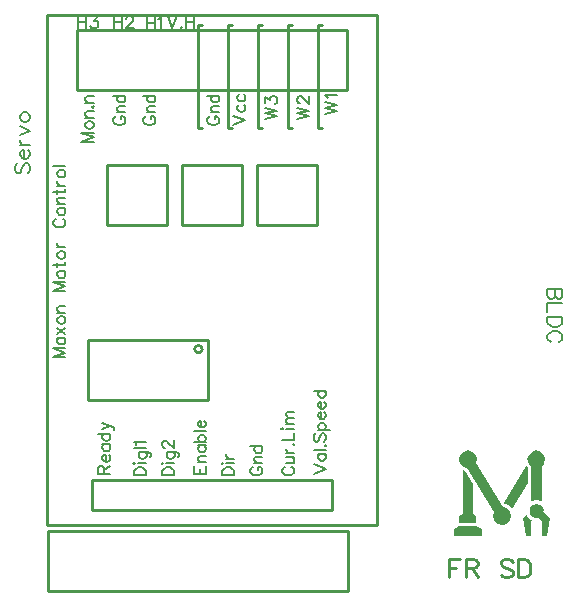
<source format=gto>
G04 DipTrace 3.0.0.1*
G04 Maxon_Brushless_Driver_v2.0-version2.GTO*
%MOIN*%
G04 #@! TF.FileFunction,Legend,Top*
G04 #@! TF.Part,Single*
%ADD10C,0.009843*%
%ADD43C,0.00772*%
%ADD44C,0.009264*%
%ADD45C,0.006176*%
%FSLAX26Y26*%
G04*
G70*
G90*
G75*
G01*
G04 TopSilk*
%LPD*%
X1568923Y406509D2*
D10*
X568923D1*
Y606509D1*
X1568923D1*
Y406509D1*
X662578Y2275353D2*
X1562598D1*
Y2075382D1*
X662578D1*
Y2275353D1*
X712628Y775403D2*
X1512548D1*
Y675418D1*
X712628D1*
Y775403D1*
X562588Y2325517D2*
X1662588D1*
Y625425D1*
X562588D1*
Y2325517D1*
X1468768Y1950572D2*
Y2294186D1*
X1481308Y1950401D2*
X1468878Y1950572D1*
X1481308Y2294186D2*
X1468878D1*
X1368778Y1950572D2*
Y2294186D1*
X1381318Y1950401D2*
X1368888Y1950572D1*
X1381318Y2294186D2*
X1368888D1*
X1268788Y1950572D2*
Y2294186D1*
X1281328Y1950401D2*
X1268898Y1950572D1*
X700088Y1244170D2*
X1100158D1*
Y1044199D1*
X700088D1*
Y1244170D1*
X762568Y1825419D2*
X962548D1*
Y1625449D1*
X762568D1*
Y1825419D1*
X1012598D2*
X1212578D1*
Y1625449D1*
X1012598D1*
Y1825419D1*
X1262628D2*
X1462608D1*
Y1625449D1*
X1262628D1*
Y1825419D1*
X1281328Y2294186D2*
X1268788D1*
X1168798Y1950572D2*
Y2294186D1*
X1181338Y1950401D2*
X1168908Y1950572D1*
X1181338Y2294186D2*
X1168798D1*
X1056378Y1213010D2*
G02X1056378Y1213010I12485J0D01*
G01*
X1068808Y1950572D2*
Y2294186D1*
X1081348Y1950401D2*
X1068918Y1950572D1*
X1081348Y2294186D2*
X1068808D1*
G36*
X1921482Y588528D2*
Y612528D1*
X1938482Y622528D1*
X1995482D1*
X2012482Y612528D1*
Y588528D1*
D1*
X1921482D1*
G37*
G36*
X1938482Y634528D2*
Y656528D1*
X1949482Y663528D1*
Y809528D1*
X1957482Y807528D1*
X1984482Y764528D1*
Y663528D1*
X1995482Y656528D1*
Y634528D1*
X1938482D1*
G37*
G36*
X1964482Y816528D2*
X1952482Y820528D1*
X1941482Y830528D1*
X1937482Y845528D1*
X1941482Y860528D1*
X1952482Y871528D1*
X1966482Y875528D1*
X1981482Y871528D1*
X1992482Y860528D1*
X1996482Y845528D1*
X1993482Y834528D1*
X2084482Y686528D1*
X2096482Y682528D1*
X2107482Y671528D1*
X2111482Y656528D1*
X2107482Y642528D1*
X2096482Y631528D1*
X2081482Y627528D1*
X2066482Y631528D1*
X2055482Y642528D1*
X2051482Y657528D1*
X2054482Y669528D1*
X1964482Y816528D1*
G37*
G36*
X2087482Y701528D2*
X2090482Y696528D1*
X2103482Y692528D1*
X2114482Y679528D1*
X2167482Y767528D1*
Y818528D1*
X2161482Y823528D1*
D1*
X2087482Y701528D1*
G37*
G36*
X2178482Y822528D2*
X2170482Y830528D1*
X2165482Y845528D1*
X2169482Y860528D1*
X2180482Y871528D1*
X2195482Y875528D1*
X2210482Y871528D1*
X2221482Y860528D1*
X2225482Y845528D1*
X2221482Y831528D1*
X2212482Y822528D1*
Y705528D1*
X2195482Y710528D1*
X2178482Y705528D1*
Y822528D1*
G37*
G36*
X2164482Y662528D2*
X2165482Y657528D1*
X2177482Y644528D1*
X2181482Y643528D1*
X2178482Y640528D1*
Y591528D1*
X2161482Y588528D1*
X2149482Y648528D1*
X2164482Y662528D1*
G37*
G36*
X2175482Y686528D2*
X2172482Y674528D1*
X2175482Y662528D1*
X2184482Y653528D1*
X2195482Y650528D1*
X2201482Y652528D1*
X2213482Y639528D1*
X2212482Y591528D1*
X2230482Y588528D1*
X2241482Y648528D1*
X2218482Y671528D1*
X2219482Y675528D1*
X2216482Y685528D1*
X2207482Y694528D1*
X2195482Y697528D1*
X2183482Y694528D1*
X2175482Y686528D1*
G37*
X464204Y1832568D2*
D43*
X459396Y1827815D1*
X457019Y1820630D1*
Y1811069D1*
X459396Y1803884D1*
X464204Y1799075D1*
X468957D1*
X473766Y1801507D1*
X476142Y1803884D1*
X478519Y1808637D1*
X483327Y1823007D1*
X485704Y1827815D1*
X488136Y1830192D1*
X492889Y1832568D1*
X500074D1*
X504827Y1827815D1*
X507259Y1820630D1*
Y1811069D1*
X504827Y1803884D1*
X500074Y1799075D1*
X488136Y1848008D2*
Y1876693D1*
X483327D1*
X478519Y1874316D1*
X476142Y1871939D1*
X473766Y1867131D1*
Y1859946D1*
X476142Y1855193D1*
X480951Y1850384D1*
X488136Y1848008D1*
X492889D1*
X500074Y1850384D1*
X504827Y1855193D1*
X507259Y1859946D1*
Y1867131D1*
X504827Y1871939D1*
X500074Y1876693D1*
X473766Y1892132D2*
X507259D1*
X488136D2*
X480951Y1894564D1*
X476142Y1899317D1*
X473766Y1904125D1*
Y1911310D1*
Y1926750D2*
X507259Y1941120D1*
X473766Y1955434D1*
Y1982812D2*
X476142Y1978059D1*
X480951Y1973250D1*
X488136Y1970874D1*
X492889D1*
X500074Y1973250D1*
X504827Y1978059D1*
X507259Y1982812D1*
Y1989997D1*
X504827Y1994805D1*
X500074Y1999559D1*
X492889Y2001990D1*
X488136D1*
X480951Y1999559D1*
X476142Y1994805D1*
X473766Y1989997D1*
Y1982812D1*
X2282192Y1414403D2*
X2231952D1*
Y1392847D1*
X2234384Y1385662D1*
X2236761Y1383286D1*
X2241514Y1380909D1*
X2248699D1*
X2253507Y1383286D1*
X2255884Y1385662D1*
X2258260Y1392847D1*
X2260692Y1385662D1*
X2263069Y1383286D1*
X2267822Y1380909D1*
X2272631D1*
X2277384Y1383286D1*
X2279816Y1385662D1*
X2282192Y1392847D1*
Y1414403D1*
X2258261D2*
X2258260Y1392847D1*
X2282192Y1365470D2*
X2231952D1*
Y1336785D1*
X2282192Y1321346D2*
X2231952D1*
Y1304599D1*
X2234384Y1297414D1*
X2239137Y1292606D1*
X2243946Y1290229D1*
X2251075Y1287853D1*
X2263069D1*
X2270254Y1290229D1*
X2275007Y1292606D1*
X2279816Y1297414D1*
X2282192Y1304599D1*
Y1321346D1*
X2270254Y1236543D2*
X2275007Y1238920D1*
X2279816Y1243728D1*
X2282192Y1248482D1*
Y1258043D1*
X2279816Y1262852D1*
X2275007Y1267605D1*
X2270254Y1270037D1*
X2263069Y1272413D1*
X2251075D1*
X2243946Y1270037D1*
X2239137Y1267605D1*
X2234384Y1262852D1*
X2231952Y1258043D1*
Y1248482D1*
X2234384Y1243728D1*
X2239137Y1238920D1*
X2243946Y1236543D1*
X1940716Y512625D2*
D44*
X1903376D1*
Y452337D1*
Y483907D2*
X1926324D1*
X1959243D2*
X1985043D1*
X1993665Y486825D1*
X1996583Y489677D1*
X1999435Y495381D1*
Y501151D1*
X1996583Y506854D1*
X1993665Y509773D1*
X1985043Y512625D1*
X1959243D1*
Y452337D1*
X1979339Y483907D2*
X1999435Y452337D1*
X2116475Y504003D2*
X2110772Y509773D1*
X2102149Y512625D1*
X2090676D1*
X2082053Y509773D1*
X2076283Y504003D1*
Y498299D1*
X2079202Y492529D1*
X2082053Y489677D1*
X2087757Y486825D1*
X2105001Y481055D1*
X2110772Y478203D1*
X2113623Y475285D1*
X2116475Y469581D1*
Y460959D1*
X2110772Y455255D1*
X2102149Y452337D1*
X2090676D1*
X2082053Y455255D1*
X2076283Y460959D1*
X2135002Y512625D2*
Y452337D1*
X2155098D1*
X2163720Y455255D1*
X2169491Y460959D1*
X2172343Y466729D1*
X2175194Y475285D1*
Y489677D1*
X2172343Y498299D1*
X2169491Y504003D1*
X2163720Y509773D1*
X2155098Y512625D1*
X2135002D1*
X1397635Y1979512D2*
D45*
X1437827Y1989107D1*
X1397635Y1998658D1*
X1437827Y2008208D1*
X1397635Y2017803D1*
X1407230Y2032100D2*
X1405328D1*
X1401482Y2034001D1*
X1399580Y2035903D1*
X1397679Y2039749D1*
Y2047399D1*
X1399580Y2051201D1*
X1401482Y2053102D1*
X1405328Y2055048D1*
X1409131D1*
X1412978Y2053102D1*
X1418682Y2049300D1*
X1437827Y2030154D1*
Y2056949D1*
X853795Y791845D2*
X893987D1*
Y805243D1*
X892041Y810991D1*
X888239Y814837D1*
X884392Y816739D1*
X878688Y818640D1*
X869094D1*
X863346Y816739D1*
X859543Y814837D1*
X855696Y810991D1*
X853795Y805243D1*
Y791845D1*
Y830991D2*
X855696Y832893D1*
X853795Y834838D1*
X851849Y832893D1*
X853795Y830991D1*
X867192Y832893D2*
X893987Y832892D1*
X869094Y870137D2*
X899735D1*
X905439Y868236D1*
X907384Y866335D1*
X909285Y862488D1*
Y856740D1*
X907384Y852937D1*
X874842Y870137D2*
X871039Y866335D1*
X869094Y862488D1*
Y856740D1*
X871039Y852937D1*
X874842Y849091D1*
X880590Y847189D1*
X884436D1*
X890140Y849091D1*
X893987Y852937D1*
X895888Y856740D1*
Y862488D1*
X893987Y866335D1*
X890140Y870137D1*
X853795Y882489D2*
X893987D1*
X861488Y894840D2*
X859543Y898687D1*
X853839Y904435D1*
X893987D1*
X1291375Y1979512D2*
X1331567Y1989107D1*
X1291375Y1998658D1*
X1331567Y2008208D1*
X1291375Y2017803D1*
X1291419Y2034001D2*
Y2055004D1*
X1306718Y2043552D1*
Y2049300D1*
X1308619Y2053102D1*
X1310520Y2055004D1*
X1316268Y2056949D1*
X1320071D1*
X1325819Y2055004D1*
X1329666Y2051201D1*
X1331567Y2045453D1*
Y2039705D1*
X1329666Y2034001D1*
X1327720Y2032100D1*
X1323918Y2030154D1*
X1185115Y1960680D2*
X1225307Y1975978D1*
X1185115Y1991277D1*
X1204260Y2026620D2*
X1200414Y2022773D1*
X1198512Y2018927D1*
Y2013223D1*
X1200414Y2009376D1*
X1204260Y2005574D1*
X1210008Y2003628D1*
X1213811D1*
X1219559Y2005574D1*
X1223361Y2009376D1*
X1225307Y2013223D1*
Y2018927D1*
X1223361Y2022773D1*
X1219559Y2026620D1*
X1204260Y2061964D2*
X1200414Y2058117D1*
X1198512Y2054270D1*
Y2048566D1*
X1200414Y2044720D1*
X1204260Y2040917D1*
X1210008Y2038972D1*
X1213811D1*
X1219559Y2040917D1*
X1223361Y2044720D1*
X1225307Y2048566D1*
Y2054270D1*
X1223361Y2058117D1*
X1219559Y2061964D1*
X1491355Y1998174D2*
X1531547Y2007769D1*
X1491355Y2017319D1*
X1531547Y2026870D1*
X1491355Y2036465D1*
X1499048Y2048816D2*
X1497103Y2052663D1*
X1491399Y2058411D1*
X1531547D1*
X894696Y1989376D2*
X890893Y1987474D1*
X887046Y1983627D1*
X885145Y1979825D1*
Y1972176D1*
X887046Y1968329D1*
X890893Y1964526D1*
X894695Y1962581D1*
X900443Y1960680D1*
X910038D1*
X915742Y1962581D1*
X919589Y1964526D1*
X923391Y1968329D1*
X925337Y1972176D1*
Y1979825D1*
X923391Y1983627D1*
X919589Y1987474D1*
X915742Y1989375D1*
X910038D1*
Y1979825D1*
X898542Y2001727D2*
X925337D1*
X906192D2*
X900444Y2007475D1*
X898542Y2011322D1*
Y2017025D1*
X900444Y2020872D1*
X906192Y2022773D1*
X925337D1*
X885145Y2058073D2*
X925337D1*
X904290D2*
X900444Y2054270D1*
X898542Y2050423D1*
Y2044675D1*
X900444Y2040873D1*
X904290Y2037026D1*
X910038Y2035125D1*
X913841D1*
X919589Y2037026D1*
X923391Y2040873D1*
X925337Y2044675D1*
Y2050423D1*
X923391Y2054270D1*
X919589Y2058073D1*
X1107106Y1989376D2*
X1103303Y1987474D1*
X1099456Y1983627D1*
X1097555Y1979825D1*
Y1972176D1*
X1099456Y1968329D1*
X1103303Y1964526D1*
X1107105Y1962581D1*
X1112853Y1960680D1*
X1122448D1*
X1128152Y1962581D1*
X1131999Y1964526D1*
X1135801Y1968329D1*
X1137747Y1972176D1*
Y1979825D1*
X1135801Y1983627D1*
X1131999Y1987474D1*
X1128152Y1989375D1*
X1122448D1*
Y1979825D1*
X1110952Y2001727D2*
X1137747D1*
X1118602D2*
X1112854Y2007475D1*
X1110952Y2011322D1*
Y2017025D1*
X1112854Y2020872D1*
X1118602Y2022773D1*
X1137747D1*
X1097555Y2058073D2*
X1137747D1*
X1116700D2*
X1112854Y2054270D1*
X1110952Y2050423D1*
Y2044675D1*
X1112854Y2040873D1*
X1116700Y2037026D1*
X1122448Y2035125D1*
X1126251D1*
X1131999Y2037026D1*
X1135801Y2040873D1*
X1137747Y2044675D1*
Y2050423D1*
X1135801Y2054270D1*
X1131999Y2058073D1*
X966846Y2323934D2*
X982144Y2283742D1*
X997443Y2323934D1*
X1011696Y2287589D2*
X1009794Y2285644D1*
X1011696Y2283742D1*
X1013641Y2285644D1*
X1011696Y2287589D1*
X1025993Y2323934D2*
Y2283742D1*
X1052787Y2323934D2*
Y2283742D1*
X1025993Y2304789D2*
X1052787D1*
X895786Y2319997D2*
Y2279805D1*
X922580Y2319997D2*
Y2279805D1*
X895786Y2300851D2*
X922580D1*
X934932Y2312303D2*
X938779Y2314249D1*
X944527Y2319952D1*
Y2279805D1*
X787106Y2322393D2*
Y2282201D1*
X813900Y2322393D2*
Y2282201D1*
X787106Y2303248D2*
X813900D1*
X828197Y2312799D2*
Y2314700D1*
X830099Y2318547D1*
X832000Y2320448D1*
X835847Y2322349D1*
X843496D1*
X847298Y2320448D1*
X849200Y2318547D1*
X851145Y2314700D1*
Y2310897D1*
X849200Y2307051D1*
X845397Y2301347D1*
X826252Y2282201D1*
X853047D1*
X668416Y2322393D2*
Y2282201D1*
X695210Y2322393D2*
Y2282201D1*
X668416Y2303248D2*
X695210D1*
X711409Y2322349D2*
X732411D1*
X720959Y2307051D1*
X726707D1*
X730510Y2305149D1*
X732411Y2303248D1*
X734357Y2297500D1*
Y2293698D1*
X732411Y2287950D1*
X728608Y2284103D1*
X722860Y2282201D1*
X717112D1*
X711409Y2284103D1*
X709507Y2286048D1*
X707562Y2289851D1*
X719087Y1934949D2*
X678895D1*
X719087Y1919651D1*
X678895Y1904352D1*
X719087D1*
X692292Y1956851D2*
X694194Y1953049D1*
X698040Y1949202D1*
X703788Y1947301D1*
X707591D1*
X713339Y1949202D1*
X717141Y1953049D1*
X719087Y1956851D1*
Y1962599D1*
X717141Y1966446D1*
X713339Y1970249D1*
X707591Y1972194D1*
X703788D1*
X698040Y1970249D1*
X694194Y1966446D1*
X692292Y1962599D1*
Y1956851D1*
Y1984546D2*
X719087D1*
X699942D2*
X694194Y1990294D1*
X692292Y1994140D1*
Y1999844D1*
X694194Y2003691D1*
X699942Y2005592D1*
X719087D1*
X715240Y2019845D2*
X717186Y2017944D1*
X719087Y2019845D1*
X717186Y2021790D1*
X715240Y2019845D1*
X692292Y2034142D2*
X719087D1*
X699942D2*
X694194Y2039890D1*
X692292Y2043737D1*
Y2049440D1*
X694194Y2053287D1*
X699942Y2055188D1*
X719087D1*
X794596Y1989376D2*
X790793Y1987474D1*
X786946Y1983627D1*
X785045Y1979825D1*
Y1972176D1*
X786946Y1968329D1*
X790793Y1964526D1*
X794595Y1962581D1*
X800343Y1960680D1*
X809938D1*
X815642Y1962581D1*
X819489Y1964526D1*
X823291Y1968329D1*
X825237Y1972176D1*
Y1979825D1*
X823291Y1983627D1*
X819489Y1987474D1*
X815642Y1989375D1*
X809938D1*
Y1979825D1*
X798442Y2001727D2*
X825237D1*
X806092D2*
X800344Y2007475D1*
X798442Y2011322D1*
Y2017025D1*
X800344Y2020872D1*
X806092Y2022773D1*
X825237D1*
X785045Y2058073D2*
X825237D1*
X804190D2*
X800344Y2054270D1*
X798442Y2050423D1*
Y2044675D1*
X800344Y2040873D1*
X804190Y2037026D1*
X809938Y2035125D1*
X813741D1*
X819489Y2037026D1*
X823291Y2040873D1*
X825237Y2044675D1*
Y2050423D1*
X823291Y2054270D1*
X819489Y2058073D1*
X754250Y798180D2*
Y815380D1*
X752305Y821128D1*
X750404Y823073D1*
X746601Y824975D1*
X742754D1*
X738952Y823073D1*
X737006Y821128D1*
X735105Y815380D1*
Y798180D1*
X775297D1*
X754250Y811577D2*
X775297Y824974D1*
X759998Y837326D2*
Y860274D1*
X756152D1*
X752305Y858373D1*
X750404Y856471D1*
X748502Y852625D1*
Y846876D1*
X750404Y843074D1*
X754250Y839227D1*
X759998Y837326D1*
X763801D1*
X769549Y839227D1*
X773351Y843074D1*
X775297Y846876D1*
Y852624D1*
X773351Y856471D1*
X769549Y860274D1*
X748502Y895573D2*
X775297D1*
X754250D2*
X750404Y891771D1*
X748502Y887924D1*
Y882220D1*
X750404Y878373D1*
X754250Y874571D1*
X759998Y872625D1*
X763801D1*
X769549Y874571D1*
X773351Y878373D1*
X775297Y882220D1*
Y887924D1*
X773351Y891771D1*
X769549Y895573D1*
X735105Y930872D2*
X775297D1*
X754250D2*
X750404Y927070D1*
X748502Y923223D1*
Y917475D1*
X750404Y913673D1*
X754250Y909826D1*
X759998Y907924D1*
X763801D1*
X769549Y909826D1*
X773351Y913673D1*
X775297Y917475D1*
Y923223D1*
X773351Y927070D1*
X769549Y930872D1*
X748502Y945169D2*
X775297Y956621D1*
X782946Y952819D1*
X786793Y948972D1*
X788694Y945169D1*
Y943224D1*
X748502Y968117D2*
X775297Y956621D1*
X1053885Y823029D2*
Y798180D1*
X1094077D1*
Y823029D1*
X1073030Y798180D2*
Y813479D1*
X1067282Y835380D2*
X1094077D1*
X1074932D2*
X1069184Y841128D1*
X1067282Y844975D1*
Y850679D1*
X1069184Y854526D1*
X1074932Y856427D1*
X1094077D1*
X1067282Y891726D2*
X1094077D1*
X1073030D2*
X1069184Y887924D1*
X1067282Y884077D1*
Y878373D1*
X1069184Y874526D1*
X1073030Y870724D1*
X1078778Y868778D1*
X1082581D1*
X1088329Y870724D1*
X1092131Y874526D1*
X1094077Y878373D1*
Y884077D1*
X1092131Y887924D1*
X1088329Y891726D1*
X1053885Y904078D2*
X1094077D1*
X1073030D2*
X1069184Y907924D1*
X1067282Y911727D1*
Y917475D1*
X1069184Y921278D1*
X1073030Y925124D1*
X1078778Y927026D1*
X1082581D1*
X1088329Y925124D1*
X1092131Y921278D1*
X1094077Y917475D1*
Y911727D1*
X1092131Y907924D1*
X1088329Y904078D1*
X1053885Y939377D2*
X1094077D1*
X1078778Y951728D2*
Y974676D1*
X1074932D1*
X1071085Y972775D1*
X1069184Y970874D1*
X1067282Y967027D1*
Y961279D1*
X1069184Y957476D1*
X1073030Y953630D1*
X1078778Y951728D1*
X1082581D1*
X1088329Y953630D1*
X1092131Y957476D1*
X1094077Y961279D1*
Y967027D1*
X1092131Y970874D1*
X1088329Y974676D1*
X947625Y791845D2*
X987817D1*
Y805243D1*
X985871Y810991D1*
X982069Y814837D1*
X978222Y816739D1*
X972518Y818640D1*
X962924D1*
X957176Y816739D1*
X953373Y814837D1*
X949526Y810991D1*
X947625Y805243D1*
Y791845D1*
Y830991D2*
X949526Y832893D1*
X947625Y834838D1*
X945679Y832893D1*
X947625Y830991D1*
X961022Y832893D2*
X987817Y832892D1*
X962924Y870137D2*
X993565D1*
X999269Y868236D1*
X1001214Y866335D1*
X1003115Y862488D1*
Y856740D1*
X1001214Y852937D1*
X968672Y870137D2*
X964869Y866335D1*
X962924Y862488D1*
Y856740D1*
X964869Y852937D1*
X968672Y849091D1*
X974420Y847189D1*
X978266D1*
X983970Y849091D1*
X987817Y852937D1*
X989718Y856740D1*
Y862488D1*
X987817Y866335D1*
X983970Y870137D1*
X957220Y884434D2*
X955318D1*
X951472Y886335D1*
X949570Y888237D1*
X947669Y892083D1*
Y899733D1*
X949570Y903535D1*
X951472Y905437D1*
X955318Y907382D1*
X959121D1*
X962968Y905437D1*
X968672Y901634D1*
X987817Y882489D1*
Y909283D1*
X1250876Y820541D2*
X1247073Y818640D1*
X1243226Y814793D1*
X1241325Y810991D1*
Y803341D1*
X1243226Y799495D1*
X1247073Y795692D1*
X1250875Y793747D1*
X1256623Y791845D1*
X1266218D1*
X1271922Y793747D1*
X1275769Y795692D1*
X1279571Y799495D1*
X1281517Y803341D1*
Y810991D1*
X1279571Y814793D1*
X1275769Y818640D1*
X1271922Y820541D1*
X1266218D1*
Y810991D1*
X1254722Y832893D2*
X1281517Y832892D1*
X1262372Y832893D2*
X1256624Y838641D1*
X1254722Y842487D1*
Y848191D1*
X1256624Y852038D1*
X1262372Y853939D1*
X1281517D1*
X1241325Y889238D2*
X1281517D1*
X1260470D2*
X1256624Y885436D1*
X1254722Y881589D1*
Y875841D1*
X1256624Y872039D1*
X1260470Y868192D1*
X1266218Y866291D1*
X1270021Y866290D1*
X1275769Y868192D1*
X1279571Y872039D1*
X1281517Y875841D1*
Y881589D1*
X1279571Y885436D1*
X1275769Y889238D1*
X1147605Y791845D2*
X1187797D1*
Y805243D1*
X1185851Y810991D1*
X1182049Y814837D1*
X1178202Y816739D1*
X1172498Y818640D1*
X1162904D1*
X1157156Y816739D1*
X1153353Y814837D1*
X1149506Y810991D1*
X1147605Y805243D1*
Y791845D1*
Y830991D2*
X1149506Y832893D1*
X1147605Y834838D1*
X1145659Y832893D1*
X1147605Y830991D1*
X1161002Y832893D2*
X1187797Y832892D1*
X1161002Y847189D2*
X1187797D1*
X1172498D2*
X1166750Y849135D1*
X1162904Y852937D1*
X1161002Y856784D1*
Y862532D1*
X1453735Y798180D2*
X1493927Y813478D1*
X1453735Y828777D1*
X1467132Y864076D2*
X1493927D1*
X1472880D2*
X1469034Y860274D1*
X1467132Y856427D1*
Y850723D1*
X1469034Y846876D1*
X1472880Y843074D1*
X1478628Y841128D1*
X1482431D1*
X1488179Y843074D1*
X1491981Y846876D1*
X1493927Y850723D1*
Y856427D1*
X1491981Y860274D1*
X1488179Y864076D1*
X1453735Y876428D2*
X1493927D1*
X1490080Y890680D2*
X1492026Y888779D1*
X1493927Y890680D1*
X1492026Y892626D1*
X1490080Y890680D1*
X1459483Y931772D2*
X1455636Y927969D1*
X1453735Y922221D1*
Y914572D1*
X1455636Y908824D1*
X1459483Y904977D1*
X1463286D1*
X1467132Y906923D1*
X1469034Y908824D1*
X1470935Y912627D1*
X1474782Y924123D1*
X1476683Y927969D1*
X1478628Y929871D1*
X1482431Y931772D1*
X1488179D1*
X1491981Y927969D1*
X1493927Y922221D1*
Y914572D1*
X1491981Y908824D1*
X1488179Y904977D1*
X1467132Y944123D2*
X1507324D1*
X1472880D2*
X1469078Y947970D1*
X1467132Y951773D1*
Y957521D1*
X1469078Y961367D1*
X1472880Y965170D1*
X1478628Y967115D1*
X1482475D1*
X1488179Y965170D1*
X1492026Y961367D1*
X1493927Y957521D1*
Y951773D1*
X1492026Y947970D1*
X1488179Y944123D1*
X1478628Y979467D2*
Y1002415D1*
X1474782D1*
X1470935Y1000513D1*
X1469034Y998612D1*
X1467132Y994765D1*
Y989017D1*
X1469034Y985215D1*
X1472880Y981368D1*
X1478628Y979467D1*
X1482431D1*
X1488179Y981368D1*
X1491981Y985215D1*
X1493927Y989017D1*
Y994765D1*
X1491981Y998612D1*
X1488179Y1002415D1*
X1478628Y1014766D2*
Y1037714D1*
X1474782D1*
X1470935Y1035813D1*
X1469034Y1033912D1*
X1467132Y1030065D1*
Y1024317D1*
X1469034Y1020514D1*
X1472880Y1016667D1*
X1478628Y1014766D1*
X1482431D1*
X1488179Y1016667D1*
X1491981Y1020514D1*
X1493927Y1024317D1*
Y1030065D1*
X1491981Y1033912D1*
X1488179Y1037714D1*
X1453735Y1073013D2*
X1493927D1*
X1472880D2*
X1469034Y1069211D1*
X1467132Y1065364D1*
Y1059616D1*
X1469034Y1055814D1*
X1472880Y1051967D1*
X1478628Y1050065D1*
X1482431D1*
X1488179Y1051967D1*
X1491981Y1055813D1*
X1493927Y1059616D1*
Y1065364D1*
X1491981Y1069211D1*
X1488179Y1073013D1*
X1357026Y820541D2*
X1353223Y818640D1*
X1349376Y814793D1*
X1347475Y810991D1*
Y803341D1*
X1349376Y799495D1*
X1353223Y795692D1*
X1357025Y793747D1*
X1362773Y791845D1*
X1372368D1*
X1378072Y793747D1*
X1381919Y795692D1*
X1385721Y799495D1*
X1387667Y803341D1*
Y810991D1*
X1385721Y814793D1*
X1381919Y818640D1*
X1378072Y820541D1*
X1360872Y832893D2*
X1380018Y832892D1*
X1385721Y834794D1*
X1387667Y838640D1*
Y844389D1*
X1385721Y848191D1*
X1380018Y853939D1*
X1360872D2*
X1387667D1*
X1360872Y866291D2*
X1387667Y866290D1*
X1372368Y866291D2*
X1366620Y868236D1*
X1362774Y872039D1*
X1360872Y875885D1*
Y881633D1*
X1383820Y895886D2*
X1385766Y893985D1*
X1387667Y895886D1*
X1385766Y897831D1*
X1383820Y895886D1*
X1347475Y910183D2*
X1387667D1*
Y933131D1*
X1347475Y945482D2*
X1349376Y947383D1*
X1347475Y949329D1*
X1345529Y947383D1*
X1347475Y945482D1*
X1360872Y947383D2*
X1387667D1*
X1360872Y961680D2*
X1387667D1*
X1368522D2*
X1362774Y967428D1*
X1360872Y971275D1*
Y976979D1*
X1362774Y980826D1*
X1368522Y982727D1*
X1387667D1*
X1368522D2*
X1362774Y988475D1*
X1360872Y992322D1*
Y998026D1*
X1362774Y1001872D1*
X1368522Y1003818D1*
X1387667D1*
X625257Y1216220D2*
X585065D1*
X625257Y1200921D1*
X585065Y1185623D1*
X625257D1*
X598462Y1251519D2*
X625257D1*
X604210D2*
X600364Y1247717D1*
X598462Y1243870D1*
Y1238166D1*
X600364Y1234319D1*
X604210Y1230517D1*
X609958Y1228571D1*
X613761D1*
X619509Y1230517D1*
X623311Y1234319D1*
X625257Y1238166D1*
Y1243870D1*
X623311Y1247717D1*
X619509Y1251519D1*
X598462Y1263871D2*
X625257Y1284917D1*
X598462D2*
X625257Y1263871D1*
X598462Y1306819D2*
X600364Y1303017D1*
X604210Y1299170D1*
X609958Y1297269D1*
X613761D1*
X619509Y1299170D1*
X623311Y1303017D1*
X625257Y1306819D1*
Y1312567D1*
X623311Y1316414D1*
X619509Y1320216D1*
X613761Y1322162D1*
X609958D1*
X604210Y1320216D1*
X600364Y1316414D1*
X598462Y1312567D1*
Y1306819D1*
Y1334513D2*
X625257D1*
X606112D2*
X600364Y1340261D1*
X598462Y1344108D1*
Y1349812D1*
X600364Y1353659D1*
X606112Y1355560D1*
X625257D1*
Y1437389D2*
X585065D1*
X625257Y1422091D1*
X585065Y1406792D1*
X625257D1*
X598462Y1459291D2*
X600364Y1455489D1*
X604210Y1451642D1*
X609958Y1449741D1*
X613761D1*
X619509Y1451642D1*
X623311Y1455489D1*
X625257Y1459291D1*
Y1465039D1*
X623311Y1468886D1*
X619509Y1472689D1*
X613761Y1474634D1*
X609958D1*
X604210Y1472689D1*
X600364Y1468886D1*
X598462Y1465039D1*
Y1459291D1*
X585065Y1492734D2*
X617608D1*
X623311Y1494635D1*
X625257Y1498482D1*
Y1502284D1*
X598462Y1486986D2*
Y1500383D1*
Y1524186D2*
X600364Y1520384D1*
X604210Y1516537D1*
X609958Y1514636D1*
X613761D1*
X619509Y1516537D1*
X623311Y1520384D1*
X625257Y1524186D1*
Y1529934D1*
X623311Y1533781D1*
X619509Y1537583D1*
X613761Y1539529D1*
X609958D1*
X604210Y1537583D1*
X600364Y1533781D1*
X598462Y1529934D1*
Y1524186D1*
Y1551880D2*
X625257D1*
X609958D2*
X604210Y1553826D1*
X600364Y1557628D1*
X598462Y1561475D1*
Y1567223D1*
X594615Y1647151D2*
X590813Y1645250D1*
X586966Y1641403D1*
X585065Y1637601D1*
Y1629951D1*
X586966Y1626105D1*
X590813Y1622302D1*
X594615Y1620357D1*
X600363Y1618455D1*
X609958D1*
X615662Y1620357D1*
X619509Y1622302D1*
X623311Y1626105D1*
X625257Y1629951D1*
Y1637601D1*
X623311Y1641403D1*
X619509Y1645250D1*
X615662Y1647151D1*
X598462Y1669053D2*
X600363Y1665251D1*
X604210Y1661404D1*
X609958Y1659503D1*
X613761D1*
X619509Y1661404D1*
X623311Y1665251D1*
X625257Y1669053D1*
Y1674801D1*
X623311Y1678648D1*
X619509Y1682451D1*
X613761Y1684396D1*
X609958D1*
X604210Y1682451D1*
X600363Y1678648D1*
X598462Y1674801D1*
Y1669053D1*
Y1696748D2*
X625257D1*
X606112D2*
X600363Y1702496D1*
X598462Y1706342D1*
Y1712046D1*
X600363Y1715893D1*
X606112Y1717794D1*
X625257D1*
X585065Y1735894D2*
X617608D1*
X623311Y1737795D1*
X625257Y1741642D1*
Y1745444D1*
X598462Y1730146D2*
Y1743543D1*
Y1757796D2*
X625257D1*
X609958D2*
X604210Y1759741D1*
X600363Y1763544D1*
X598462Y1767390D1*
Y1773138D1*
Y1795040D2*
X600363Y1791238D1*
X604210Y1787391D1*
X609958Y1785490D1*
X613761D1*
X619509Y1787391D1*
X623311Y1791238D1*
X625257Y1795040D1*
Y1800788D1*
X623311Y1804635D1*
X619509Y1808438D1*
X613761Y1810383D1*
X609958D1*
X604210Y1808438D1*
X600363Y1804635D1*
X598462Y1800788D1*
Y1795040D1*
X585065Y1822735D2*
X625257D1*
M02*

</source>
